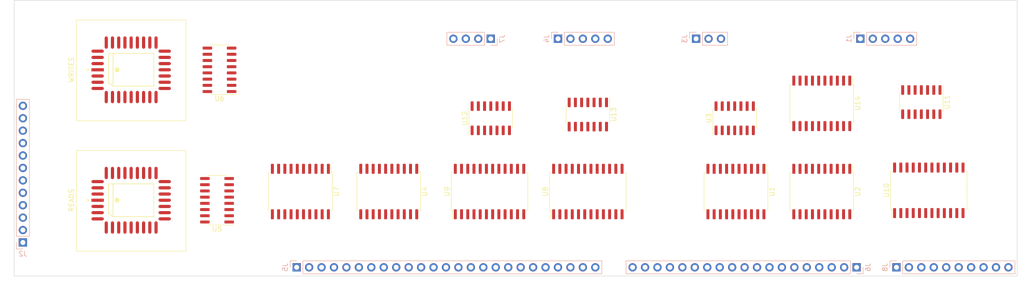
<source format=kicad_pcb>
(kicad_pcb (version 20211014) (generator pcbnew)
  (layers (0 "F.Cu" signal) (31 "B.Cu" signal) (34 "B.Paste" user) (35 "F.Paste" user) (36 "B.SilkS" user "B.Silkscreen") (37 "F.SilkS" user "F.Silkscreen") (38 "B.Mask" user) (39 "F.Mask" user) (44 "Edge.Cuts" user))
  (net 0 "")
  (net 1 "CLOCK")
  (net 2 "~{IR_IN}")
  (net 3 "Net-(J3-Pad2)")
  (net 4 "~{RESET_STEP}")
  (net 5 "~{INT_WRITE}")
  (net 6 "~{INT_READ}")
  (net 7 "INT_REG_SEL")
  (net 8 "~{INT_EN}")
  (net 9 "~{B_IN}")
  (net 10 "~{A_IN}")
  (net 11 "~{EN_JCC}")
  (net 12 "Net-(J5-Pad14)")
  (net 13 "~{FLAGS_IN}")
  (net 14 "FLAGS_RESTORE")
  (net 15 "~{FLAGS_OUT}")
  (net 16 "~{PC_OUT}")
  (net 17 "VCC")
  (net 18 "GND")
  (net 19 "RESET")
  (net 20 "ALU_FUNC_5")
  (net 21 "ALU_FUNC_4")
  (net 22 "ALU_FUNC_3")
  (net 23 "ALU_FUNC_2")
  (net 24 "ALU_FUNC_1")
  (net 25 "ALU_FUNC_0")
  (net 26 "~{SP_OUT}")
  (net 27 "~{CODE_SEG_IN}")
  (net 28 "JCC_ADR0")
  (net 29 "JCC_ADR1")
  (net 30 "JCC_ADR2")
  (net 31 "JCC_ADR3")
  (net 32 "~{CODE_SEG_EN}")
  (net 33 "~{CODE_SEG_OUT}")
  (net 34 "~{DATA_SEG_IN}")
  (net 35 "~{DATA_SEG_EN}")
  (net 36 "~{DATA_SEG_OUT}")
  (net 37 "~{STACK_SEG_IN}")
  (net 38 "~{STACK_SEG_EN}")
  (net 39 "~{PC_INC}")
  (net 40 "~{PC_DEC}")
  (net 41 "~{STACK_SEG_OUT}")
  (net 42 "~{SP_LOAD}")
  (net 43 "~{SP_INC}")
  (net 44 "~{SP_DEC}")
  (net 45 "~{MEM_LATCH_MAR}")
  (net 46 "~{MEM_READ}")
  (net 47 "~{MEM_WRITE}")
  (net 48 "~{IO_MEM_REQUEST}")
  (net 49 "~{OFFSET_OUT}")
  (net 50 "~{OFFSET_LATCH}")
  (net 51 "~{INDEX_DEC}")
  (net 52 "~{INDEX_INC}")
  (net 53 "~{INDEX_LOAD}")
  (net 54 "~{INDEX_C0}")
  (net 55 "~{INDEX_C1}")
  (net 56 "~{INDEX_OUT}")
  (net 57 "GPR0")
  (net 58 "GPR1")
  (net 59 "GPR2")
  (net 60 "GPR3")
  (net 61 "GPR4")
  (net 62 "GPR5")
  (net 63 "GPR6")
  (net 64 "~{RESET}")
  (net 65 "STEP0")
  (net 66 "STEP1")
  (net 67 "STEP2")
  (net 68 "STEP3")
  (net 69 "INSTRUCTION0")
  (net 70 "INSTRUCTION1")
  (net 71 "INSTRUCTION2")
  (net 72 "INSTRUCTION3")
  (net 73 "INSTRUCTION4")
  (net 74 "INSTRUCTION5")
  (net 75 "INSTRUCTION6")
  (net 76 "INSTRUCTION7")
  (net 77 "~{DISPLACEMENT_LATCH}")
  (net 78 "~{DISPLACEMENT_OUT}")
  (net 79 "μ2_0")
  (net 80 "μ2_1")
  (net 81 "μ2_2")
  (net 83 "~{IO_READ}")
  (net 84 "~{IO_WRITE}")
  (net 85 "~{IO_REQUEST}")
  (net 89 "~{EN_WRITE_GPR}")
  (net 90 "μ1_0")
  (net 91 "μ1_1")
  (net 92 "μ1_2")
  (net 93 "μ1_3")
  (net 94 "~{EN_READ_GPR}")
  (net 95 "μ2_3")
  (net 99 "~{EN_ALU}")
  (net 102 "Net-(U3-Pad3)")
  (net 103 "/~{WRITE_CODE}")
  (net 104 "/~{RESTORE_FLAGS}")
  (net 105 "~{EN_WRITE_GENERAL_1}")
  (net 108 "/~{READ_CODE}")
  (net 109 "/~{READ_DATA}")
  (net 110 "/~{READ_STACK}")
  (net 115 "~{EN_READ_GENERAL_CONTROL}")
  (net 116 "/~{WRITE_IPR}")
  (net 118 "/~{WRITE_DATA}")
  (net 119 "/~{WRITE_STACK}")
  (net 120 "/~{WRITE_IO}")
  (net 121 "/~{WRITE_IO_MEM}")
  (net 124 "/~{READ_IO}")
  (net 125 "/~{READ_IO_MEM}")
  (net 135 "~{EN_WRITE_GENERAL_2}")
  (net 142 "μ1_4")
  (net 143 "μ1_5")
  (net 144 "μ1_6")
  (net 145 "μ1_7")
  (net 150 "μ2_4")
  (net 151 "μ2_5")
  (net 152 "μ2_6")
  (net 153 "μ2_7")
  (net 155 "~{EN_ALU_INVERT}")
  (net 158 "Net-(U11-Pad12)")
  (net 160 "~{EN_WRITE_GENERAL_5}")
  (net 161 "~{EN_WRITE_GENERAL_4}")
  (net 162 "~{EN_WRITE_GENERAL_3}")
  (net 163 "Net-(U11-Pad3)")
  (footprint "Package_SO:SOIC-24W_7.5x15.4mm_P1.27mm" (layer "F.Cu") (at 238.252 99.314 90)
    (fp_text reference "U10")
    (fp_text value "74LS154")
  )
  (footprint "Package_SO:SOIC-14_3.9x8.7mm_P1.27mm" (layer "F.Cu") (at 198.628 84.582 90)
    (fp_text reference "U3")
    (fp_text value "74LS08")
  )
  (footprint "Package_SO:SOIC-16_3.9x9.9mm_P1.27mm" (layer "F.Cu") (at 92.964 101.346 180)
    (fp_text reference "U5")
    (fp_text value "74LS139")
  )
  (footprint "LIBRARY-8-bit-computer:Socket-PLCC-32" (layer "F.Cu") (at 75.438 74.676 90)
    (fp_text reference "U16" hide)
    (fp_text value "PLCC32_28_28C256" hide)
  )
  (footprint "Package_SO:SOIC-20W_7.5x12.8mm_P1.27mm" (layer "F.Cu") (at 109.982 99.568 -90)
    (fp_text reference "U7")
    (fp_text value "74HC245")
  )
  (footprint "Package_SO:SOIC-14_3.9x8.7mm_P1.27mm" (layer "F.Cu") (at 168.656 83.82 -90)
    (fp_text reference "U13")
    (fp_text value "74LS08")
  )
  (footprint "LIBRARY-8-bit-computer:Socket-PLCC-32" (layer "F.Cu") (at 75.438 101.346 90)
    (fp_text reference "U15" hide)
    (fp_text value "PLCC32_28_28C256" hide)
  )
  (footprint "Package_SO:SOIC-20W_7.5x12.8mm_P1.27mm" (layer "F.Cu") (at 216.408 81.534 -90)
    (fp_text reference "U14")
    (fp_text value "74HC245")
  )
  (footprint "Package_SO:SOIC-20W_7.5x12.8mm_P1.27mm" (layer "F.Cu") (at 128.016 99.568 -90)
    (fp_text reference "U4")
    (fp_text value "74HC245")
  )
  (footprint "Package_SO:SOIC-16_3.9x9.9mm_P1.27mm" (layer "F.Cu") (at 93.472 74.676 180)
    (fp_text reference "U6")
    (fp_text value "74LS138")
  )
  (footprint "Package_SO:SOIC-14_3.9x8.7mm_P1.27mm" (layer "F.Cu") (at 148.844 84.582 90)
    (fp_text reference "U12")
    (fp_text value "74LS08")
  )
  (footprint "Package_SO:SOIC-20W_7.5x12.8mm_P1.27mm" (layer "F.Cu") (at 216.408 99.568 -90)
    (fp_text reference "U2")
    (fp_text value "74HC245")
  )
  (footprint "Package_SO:SOIC-14_3.9x8.7mm_P1.27mm" (layer "F.Cu") (at 236.728 81.28 -90)
    (fp_text reference "U11")
    (fp_text value "74LS08")
  )
  (footprint "Package_SO:SOIC-24W_7.5x15.4mm_P1.27mm" (layer "F.Cu") (at 168.656 99.568 90)
    (fp_text reference "U8")
    (fp_text value "74LS154")
  )
  (footprint "Package_SO:SOIC-20W_7.5x12.8mm_P1.27mm" (layer "F.Cu") (at 198.882 99.568 -90)
    (fp_text reference "U1")
    (fp_text value "74HC245")
  )
  (footprint "Package_SO:SOIC-24W_7.5x15.4mm_P1.27mm" (layer "F.Cu") (at 148.59 99.568 90)
    (fp_text reference "U9")
    (fp_text value "74LS154")
  )
  (footprint "Connector_PinHeader_2.54mm:PinHeader_1x19_P2.54mm_Vertical" (layer "B.Cu") (at 223.51 115.062 90)
    (fp_text reference "J6")
    (fp_text value "Conn_01x19")
  )
  (footprint "Connector_PinHeader_2.54mm:PinHeader_1x05_P2.54mm_Vertical" (layer "B.Cu") (at 162.565 68.326 -90)
    (fp_text reference "J4")
    (fp_text value "Conn_01x05")
  )
  (footprint "Connector_PinHeader_2.54mm:PinHeader_1x03_P2.54mm_Vertical" (layer "B.Cu") (at 190.754 68.326 -90)
    (fp_text reference "J3")
    (fp_text value "Conn_01x03")
  )
  (footprint "Connector_PinHeader_2.54mm:PinHeader_1x25_P2.54mm_Vertical" (layer "B.Cu") (at 109.22 115.062 -90)
    (fp_text reference "J5")
    (fp_text value "Conn_01x25")
  )
  (footprint "Connector_PinHeader_2.54mm:PinHeader_1x05_P2.54mm_Vertical" (layer "B.Cu") (at 224.287 68.326 -90)
    (fp_text reference "J1")
    (fp_text value "Conn_01x05")
  )
  (footprint "Connector_PinHeader_2.54mm:PinHeader_1x12_P2.54mm_Vertical" (layer "B.Cu") (at 53.34 109.982)
    (fp_text reference "J2")
    (fp_text value "Conn_01x12")
  )
  (footprint "Connector_PinHeader_2.54mm:PinHeader_1x10_P2.54mm_Vertical" (layer "B.Cu") (at 231.648 115.062 -90)
    (fp_text reference "J8")
    (fp_text value "Conn_01x10")
  )
  (footprint "Connector_PinHeader_2.54mm:PinHeader_1x04_P2.54mm_Vertical" (layer "B.Cu") (at 148.834 68.326 90)
    (fp_text reference "J7")
    (fp_text value "Conn_01x04")
  )
  (gr_rect (start 51.562 60.452) (end 256.286 116.84) (layer "Edge.Cuts") (width 0.1) (fill none))
)
</source>
